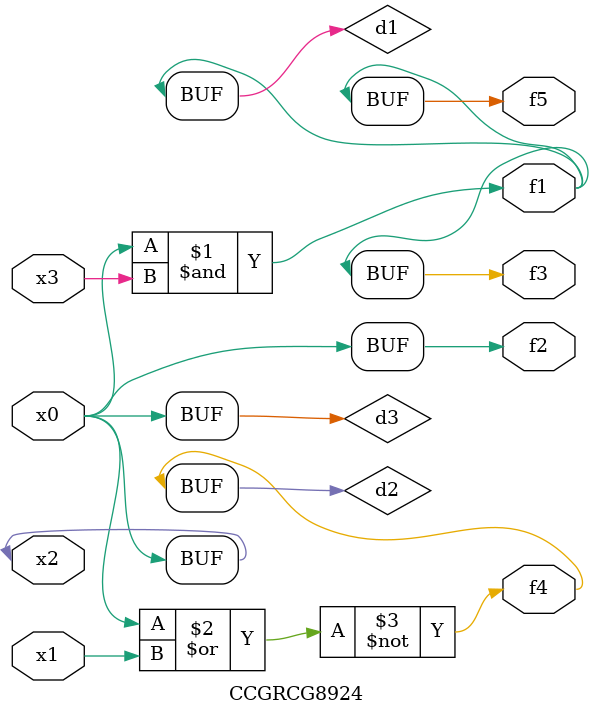
<source format=v>
module CCGRCG8924(
	input x0, x1, x2, x3,
	output f1, f2, f3, f4, f5
);

	wire d1, d2, d3;

	and (d1, x2, x3);
	nor (d2, x0, x1);
	buf (d3, x0, x2);
	assign f1 = d1;
	assign f2 = d3;
	assign f3 = d1;
	assign f4 = d2;
	assign f5 = d1;
endmodule

</source>
